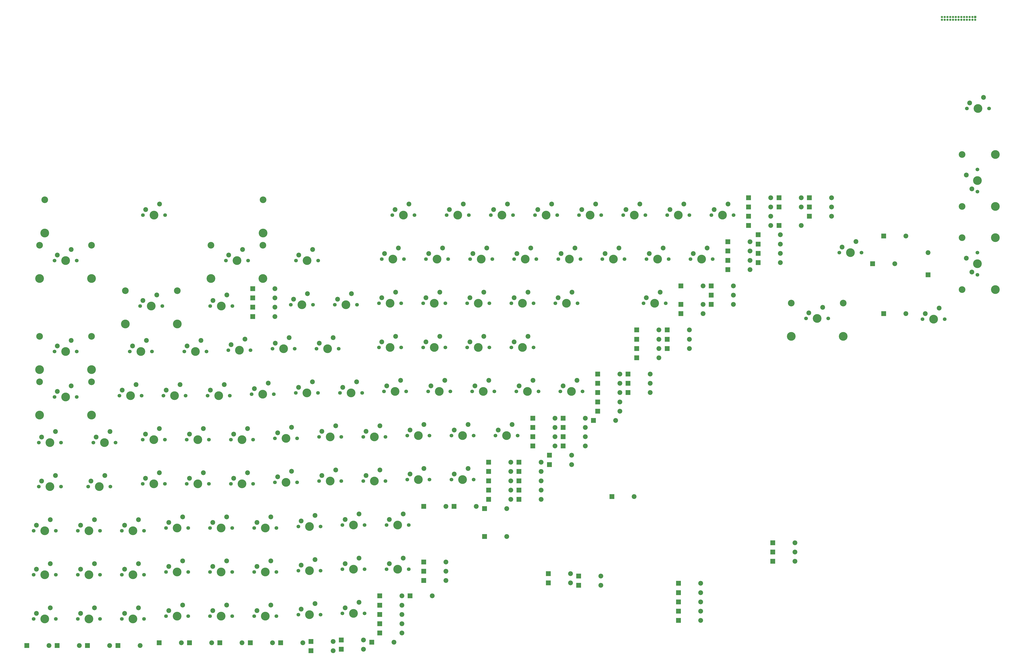
<source format=gbr>
%TF.GenerationSoftware,KiCad,Pcbnew,(6.0.7)*%
%TF.CreationDate,2022-08-27T20:37:35-04:00*%
%TF.ProjectId,das keyboard,64617320-6b65-4796-926f-6172642e6b69,rev?*%
%TF.SameCoordinates,Original*%
%TF.FileFunction,Soldermask,Top*%
%TF.FilePolarity,Negative*%
%FSLAX46Y46*%
G04 Gerber Fmt 4.6, Leading zero omitted, Abs format (unit mm)*
G04 Created by KiCad (PCBNEW (6.0.7)) date 2022-08-27 20:37:35*
%MOMM*%
%LPD*%
G01*
G04 APERTURE LIST*
%ADD10C,4.000000*%
%ADD11C,1.700000*%
%ADD12C,2.200000*%
%ADD13C,3.050000*%
%ADD14R,1.000000X1.000000*%
%ADD15O,1.000000X1.000000*%
%ADD16R,2.200000X2.200000*%
%ADD17O,2.200000X2.200000*%
G04 APERTURE END LIST*
D10*
%TO.C,Z_1*%
X120910000Y-152340000D03*
D11*
X115830000Y-152340000D03*
X125990000Y-152340000D03*
D12*
X123450000Y-147260000D03*
X117100000Y-149800000D03*
%TD*%
D10*
%TO.C,Zero_1*%
X230440000Y-71540000D03*
D11*
X225360000Y-71540000D03*
X235520000Y-71540000D03*
D12*
X232980000Y-66460000D03*
X226630000Y-69000000D03*
%TD*%
D10*
%TO.C,Y_1*%
X40110000Y-154260000D03*
D11*
X35030000Y-154260000D03*
X45190000Y-154260000D03*
D12*
X42650000Y-149180000D03*
X36300000Y-151720000D03*
%TD*%
D10*
%TO.C,X_1*%
X41260000Y-235060000D03*
D11*
X36180000Y-235060000D03*
X46340000Y-235060000D03*
D12*
X43800000Y-229980000D03*
X37450000Y-232520000D03*
%TD*%
D10*
%TO.C,W_1*%
X-14580000Y-195940000D03*
D11*
X-19660000Y-195940000D03*
X-9500000Y-195940000D03*
D12*
X-12040000Y-190860000D03*
X-18390000Y-193400000D03*
%TD*%
D10*
%TO.C,V_1*%
X122060000Y-213580000D03*
D11*
X116980000Y-213580000D03*
X127140000Y-213580000D03*
D12*
X124600000Y-208500000D03*
X118250000Y-211040000D03*
%TD*%
D10*
%TO.C,U_1*%
X200720000Y-91740000D03*
D11*
X195640000Y-91740000D03*
X205800000Y-91740000D03*
D12*
X203260000Y-86660000D03*
X196910000Y-89200000D03*
%TD*%
D10*
%TO.C,Up_Arrow1*%
X131580000Y-192740000D03*
D11*
X126500000Y-192740000D03*
X136660000Y-192740000D03*
D12*
X134120000Y-187660000D03*
X127770000Y-190200000D03*
%TD*%
D10*
%TO.C,T_1*%
X-39540000Y-216140000D03*
D11*
X-44620000Y-216140000D03*
X-34460000Y-216140000D03*
D12*
X-37000000Y-211060000D03*
X-43350000Y-213600000D03*
%TD*%
D10*
%TO.C,TILDE_1*%
X60310000Y-153620000D03*
D11*
X55230000Y-153620000D03*
X65390000Y-153620000D03*
D12*
X62850000Y-148540000D03*
X56500000Y-151080000D03*
%TD*%
D11*
%TO.C,TAB_1*%
X75511250Y-92380000D03*
D10*
X80591250Y-92380000D03*
D11*
X85671250Y-92380000D03*
D12*
X83131250Y-87300000D03*
X76781250Y-89840000D03*
%TD*%
D10*
%TO.C,S_1*%
X-19340000Y-236340000D03*
D11*
X-24420000Y-236340000D03*
X-14260000Y-236340000D03*
D12*
X-16800000Y-231260000D03*
X-23150000Y-233800000D03*
%TD*%
D10*
%TO.C,Space_1*%
X60466250Y-79780000D03*
D13*
X-39533750Y-64540000D03*
D11*
X5386250Y-71540000D03*
D10*
X-39533750Y-79780000D03*
D13*
X60466250Y-64540000D03*
D10*
X10466250Y-71540000D03*
D11*
X15546250Y-71540000D03*
D12*
X13006250Y-66460000D03*
X6656250Y-69000000D03*
%TD*%
D10*
%TO.C,Semicolon_1*%
X140120000Y-91740000D03*
D11*
X135040000Y-91740000D03*
X145200000Y-91740000D03*
D12*
X142660000Y-86660000D03*
X136310000Y-89200000D03*
%TD*%
D10*
%TO.C,Scroll_Lock1*%
X179210000Y-132140000D03*
D11*
X174130000Y-132140000D03*
X184290000Y-132140000D03*
D12*
X181750000Y-127060000D03*
X175400000Y-129600000D03*
%TD*%
D10*
%TO.C,R_1*%
X41260000Y-255260000D03*
D11*
X36180000Y-255260000D03*
X46340000Y-255260000D03*
D12*
X43800000Y-250180000D03*
X37450000Y-252720000D03*
%TD*%
D10*
%TO.C,Right_Windows1*%
X78210000Y-112580000D03*
D11*
X73130000Y-112580000D03*
X83290000Y-112580000D03*
D12*
X80750000Y-107500000D03*
X74400000Y-110040000D03*
%TD*%
D10*
%TO.C,Right_Shift1*%
X-2665000Y-121460000D03*
X9235000Y-113220000D03*
D13*
X21135000Y-106220000D03*
X-2665000Y-106220000D03*
D11*
X4155000Y-113220000D03*
X14315000Y-113220000D03*
D10*
X21135000Y-121460000D03*
D12*
X11775000Y-108140000D03*
X5425000Y-110680000D03*
%TD*%
D10*
%TO.C,Right_Control1*%
X70980000Y-194020000D03*
D11*
X65900000Y-194020000D03*
X76060000Y-194020000D03*
D12*
X73520000Y-188940000D03*
X67170000Y-191480000D03*
%TD*%
D10*
%TO.C,Right_Arrow1*%
X70980000Y-173820000D03*
D11*
X65900000Y-173820000D03*
X76060000Y-173820000D03*
D12*
X73520000Y-168740000D03*
X67170000Y-171280000D03*
%TD*%
D11*
%TO.C,Right_Alt_1*%
X-42238750Y-195940000D03*
D10*
X-37158750Y-195940000D03*
D11*
X-32078750Y-195940000D03*
D12*
X-34618750Y-190860000D03*
X-40968750Y-193400000D03*
%TD*%
D10*
%TO.C,Q_1*%
X61460000Y-214860000D03*
D11*
X56380000Y-214860000D03*
X66540000Y-214860000D03*
D12*
X64000000Y-209780000D03*
X57650000Y-212320000D03*
%TD*%
D10*
%TO.C,Question_Mark_1*%
X860000Y-256540000D03*
D11*
X-4220000Y-256540000D03*
X5940000Y-256540000D03*
D12*
X3400000Y-251460000D03*
X-2950000Y-254000000D03*
%TD*%
D10*
%TO.C,P_1*%
X29430000Y-134060000D03*
D11*
X24350000Y-134060000D03*
X34510000Y-134060000D03*
D12*
X31970000Y-128980000D03*
X25620000Y-131520000D03*
%TD*%
D10*
%TO.C,Print_Screen1*%
X19910000Y-154260000D03*
D11*
X14830000Y-154260000D03*
X24990000Y-154260000D03*
D12*
X22450000Y-149180000D03*
X16100000Y-151720000D03*
%TD*%
D10*
%TO.C,Pause1*%
X220920000Y-91740000D03*
D11*
X215840000Y-91740000D03*
X226000000Y-91740000D03*
D12*
X223460000Y-86660000D03*
X217110000Y-89200000D03*
%TD*%
D10*
%TO.C,PAGE_UP1*%
X179210000Y-111940000D03*
D11*
X174130000Y-111940000D03*
X184290000Y-111940000D03*
D12*
X181750000Y-106860000D03*
X175400000Y-109400000D03*
%TD*%
D10*
%TO.C,PAGE_DOWN1*%
X151780000Y-192740000D03*
D11*
X146700000Y-192740000D03*
X156860000Y-192740000D03*
D12*
X154320000Y-187660000D03*
X147970000Y-190200000D03*
%TD*%
D10*
%TO.C,O_1*%
X181510000Y-152340000D03*
D11*
X176430000Y-152340000D03*
X186590000Y-152340000D03*
D12*
X184050000Y-147260000D03*
X177700000Y-149800000D03*
%TD*%
D10*
%TO.C,Open_Bracket_1*%
X118610000Y-132140000D03*
D11*
X113530000Y-132140000D03*
X123690000Y-132140000D03*
D12*
X121150000Y-127060000D03*
X114800000Y-129600000D03*
%TD*%
D10*
%TO.C,N_1*%
X159010000Y-132140000D03*
D11*
X153930000Y-132140000D03*
X164090000Y-132140000D03*
D12*
X161550000Y-127060000D03*
X155200000Y-129600000D03*
%TD*%
D10*
%TO.C,M_1*%
X21060000Y-255260000D03*
D11*
X15980000Y-255260000D03*
X26140000Y-255260000D03*
D12*
X23600000Y-250180000D03*
X17250000Y-252720000D03*
%TD*%
D10*
%TO.C,Minus1*%
X169840000Y-71540000D03*
D11*
X164760000Y-71540000D03*
X174920000Y-71540000D03*
D12*
X172380000Y-66460000D03*
X166030000Y-69000000D03*
%TD*%
D10*
%TO.C,Less_Than_1*%
X138810000Y-132140000D03*
D11*
X133730000Y-132140000D03*
X143890000Y-132140000D03*
D12*
X141350000Y-127060000D03*
X135000000Y-129600000D03*
%TD*%
D11*
%TO.C,Left_Win_1*%
X-17278750Y-175740000D03*
D10*
X-12198750Y-175740000D03*
D11*
X-7118750Y-175740000D03*
D12*
X-9658750Y-170660000D03*
X-16008750Y-173200000D03*
%TD*%
D10*
%TO.C,Left_Shift_2*%
X-41915000Y-163140000D03*
X-30015000Y-154900000D03*
D13*
X-18115000Y-147900000D03*
X-41915000Y-147900000D03*
D11*
X-35095000Y-154900000D03*
X-24935000Y-154900000D03*
D10*
X-18115000Y-163140000D03*
D12*
X-27475000Y-149820000D03*
X-33825000Y-152360000D03*
%TD*%
D10*
%TO.C,Left_Shift_1*%
X36585000Y-100620000D03*
X48485000Y-92380000D03*
D13*
X60385000Y-85380000D03*
X36585000Y-85380000D03*
D11*
X43405000Y-92380000D03*
X53565000Y-92380000D03*
D10*
X60385000Y-100620000D03*
D12*
X51025000Y-87300000D03*
X44675000Y-89840000D03*
%TD*%
D11*
%TO.C,Left_Control_1*%
X36261250Y-113220000D03*
D10*
X41341250Y-113220000D03*
D11*
X46421250Y-113220000D03*
D12*
X43881250Y-108140000D03*
X37531250Y-110680000D03*
%TD*%
D10*
%TO.C,Left_Arrow1*%
X-19340000Y-256540000D03*
D11*
X-24420000Y-256540000D03*
X-14260000Y-256540000D03*
D12*
X-16800000Y-251460000D03*
X-23150000Y-254000000D03*
%TD*%
D11*
%TO.C,Left_Alt_1*%
X-42238750Y-175740000D03*
D10*
X-37158750Y-175740000D03*
D11*
X-32078750Y-175740000D03*
D12*
X-34618750Y-170660000D03*
X-40968750Y-173200000D03*
%TD*%
D10*
%TO.C,K_F12_1*%
X101860000Y-213580000D03*
D11*
X96780000Y-213580000D03*
X106940000Y-213580000D03*
D12*
X104400000Y-208500000D03*
X98050000Y-211040000D03*
%TD*%
D10*
%TO.C,K_F11_1*%
X30580000Y-174460000D03*
D11*
X25500000Y-174460000D03*
X35660000Y-174460000D03*
D12*
X33120000Y-169380000D03*
X26770000Y-171920000D03*
%TD*%
D10*
%TO.C,K_F10_1*%
X21060000Y-235060000D03*
D11*
X15980000Y-235060000D03*
X26140000Y-235060000D03*
D12*
X23600000Y-229980000D03*
X17250000Y-232520000D03*
%TD*%
D10*
%TO.C,K_1*%
X81660000Y-254620000D03*
D11*
X76580000Y-254620000D03*
X86740000Y-254620000D03*
D12*
X84200000Y-249540000D03*
X77850000Y-252080000D03*
%TD*%
D10*
%TO.C,KP_STAR1*%
X61460000Y-255260000D03*
D11*
X56380000Y-255260000D03*
X66540000Y-255260000D03*
D12*
X64000000Y-250180000D03*
X57650000Y-252720000D03*
%TD*%
D10*
%TO.C,KP_SLASH1*%
X98410000Y-112580000D03*
D11*
X93330000Y-112580000D03*
X103490000Y-112580000D03*
D12*
X100950000Y-107500000D03*
X94600000Y-110040000D03*
%TD*%
D10*
%TO.C,KP_PLUS1*%
X395800000Y-67600000D03*
X387560000Y-55700000D03*
D13*
X380560000Y-43800000D03*
X380560000Y-67600000D03*
D11*
X387560000Y-60780000D03*
X387560000Y-50620000D03*
D10*
X395800000Y-43800000D03*
D12*
X382480000Y-53160000D03*
X385020000Y-59510000D03*
%TD*%
D10*
%TO.C,KP_NUM1*%
X81660000Y-214220000D03*
D11*
X76580000Y-214220000D03*
X86740000Y-214220000D03*
D12*
X84200000Y-209140000D03*
X77850000Y-211680000D03*
%TD*%
D10*
%TO.C,KP_MINUS1*%
X387880000Y-22680000D03*
D11*
X382800000Y-22680000D03*
X392960000Y-22680000D03*
D12*
X390420000Y-17600000D03*
X384070000Y-20140000D03*
%TD*%
D10*
%TO.C,KP_ENTER1*%
X395800000Y-105700000D03*
X387560000Y-93800000D03*
D13*
X380560000Y-81900000D03*
X380560000Y-105700000D03*
D11*
X387560000Y-98880000D03*
X387560000Y-88720000D03*
D10*
X395800000Y-81900000D03*
D12*
X382480000Y-91260000D03*
X385020000Y-97610000D03*
%TD*%
D10*
%TO.C,KP_DOT_1*%
X367560000Y-119200000D03*
D11*
X362480000Y-119200000D03*
X372640000Y-119200000D03*
D12*
X370100000Y-114120000D03*
X363750000Y-116660000D03*
%TD*%
D10*
%TO.C,KP_9_1*%
X151780000Y-172540000D03*
D11*
X146700000Y-172540000D03*
X156860000Y-172540000D03*
D12*
X154320000Y-167460000D03*
X147970000Y-170000000D03*
%TD*%
D10*
%TO.C,KP_8_1*%
X-39540000Y-256540000D03*
D11*
X-44620000Y-256540000D03*
X-34460000Y-256540000D03*
D12*
X-37000000Y-251460000D03*
X-43350000Y-254000000D03*
%TD*%
D10*
%TO.C,KP_7_1*%
X171980000Y-172540000D03*
D11*
X166900000Y-172540000D03*
X177060000Y-172540000D03*
D12*
X174520000Y-167460000D03*
X168170000Y-170000000D03*
%TD*%
D10*
%TO.C,KP_6_1*%
X239810000Y-111940000D03*
D11*
X234730000Y-111940000D03*
X244890000Y-111940000D03*
D12*
X242350000Y-106860000D03*
X236000000Y-109400000D03*
%TD*%
D10*
%TO.C,KP_5_1*%
X149640000Y-71540000D03*
D11*
X144560000Y-71540000D03*
X154720000Y-71540000D03*
D12*
X152180000Y-66460000D03*
X145830000Y-69000000D03*
%TD*%
D10*
%TO.C,KP_4_1*%
X180520000Y-91740000D03*
D11*
X175440000Y-91740000D03*
X185600000Y-91740000D03*
D12*
X183060000Y-86660000D03*
X176710000Y-89200000D03*
%TD*%
D10*
%TO.C,KP_3_1*%
X860000Y-216140000D03*
D11*
X-4220000Y-216140000D03*
X5940000Y-216140000D03*
D12*
X3400000Y-211060000D03*
X-2950000Y-213600000D03*
%TD*%
D10*
%TO.C,KP_2_1*%
X329460000Y-88720000D03*
D11*
X324380000Y-88720000D03*
X334540000Y-88720000D03*
D12*
X332000000Y-83640000D03*
X325650000Y-86180000D03*
%TD*%
D10*
%TO.C,KP_1_1*%
X-39540000Y-236340000D03*
D11*
X-44620000Y-236340000D03*
X-34460000Y-236340000D03*
D12*
X-37000000Y-231260000D03*
X-43350000Y-233800000D03*
%TD*%
D10*
%TO.C,KP_0_1*%
X302320000Y-127120000D03*
X314220000Y-118880000D03*
D13*
X326120000Y-111880000D03*
X302320000Y-111880000D03*
D11*
X309140000Y-118880000D03*
X319300000Y-118880000D03*
D10*
X326120000Y-127120000D03*
D12*
X316760000Y-113800000D03*
X310410000Y-116340000D03*
%TD*%
D10*
%TO.C,J_1*%
X141110000Y-152340000D03*
D11*
X136030000Y-152340000D03*
X146190000Y-152340000D03*
D12*
X143650000Y-147260000D03*
X137300000Y-149800000D03*
%TD*%
D10*
%TO.C,INSERT1*%
X91180000Y-193380000D03*
D11*
X86100000Y-193380000D03*
X96260000Y-193380000D03*
D12*
X93720000Y-188300000D03*
X87370000Y-190840000D03*
%TD*%
D10*
%TO.C,H_1*%
X91180000Y-173180000D03*
D11*
X86100000Y-173180000D03*
X96260000Y-173180000D03*
D12*
X93720000Y-168100000D03*
X87370000Y-170640000D03*
%TD*%
D10*
%TO.C,HOME1*%
X860000Y-236340000D03*
D11*
X-4220000Y-236340000D03*
X5940000Y-236340000D03*
D12*
X3400000Y-231260000D03*
X-2950000Y-233800000D03*
%TD*%
D14*
%TO.C,header1*%
X386610000Y19230000D03*
D15*
X386610000Y17960000D03*
X385340000Y19230000D03*
X385340000Y17960000D03*
X384070000Y19230000D03*
X384070000Y17960000D03*
X382800000Y19230000D03*
X382800000Y17960000D03*
X381530000Y19230000D03*
X381530000Y17960000D03*
X380260000Y19230000D03*
X380260000Y17960000D03*
X378990000Y19230000D03*
X378990000Y17960000D03*
X377720000Y19230000D03*
X377720000Y17960000D03*
X376450000Y19230000D03*
X376450000Y17960000D03*
X375180000Y19230000D03*
X375180000Y17960000D03*
X373910000Y19230000D03*
X373910000Y17960000D03*
X372640000Y19230000D03*
X372640000Y17960000D03*
X371370000Y19230000D03*
X371370000Y17960000D03*
%TD*%
D10*
%TO.C,G_1*%
X111380000Y-173180000D03*
D11*
X106300000Y-173180000D03*
X116460000Y-173180000D03*
D12*
X113920000Y-168100000D03*
X107570000Y-170640000D03*
%TD*%
D10*
%TO.C,Greater_Than_1*%
X90030000Y-132780000D03*
D11*
X84950000Y-132780000D03*
X95110000Y-132780000D03*
D12*
X92570000Y-127700000D03*
X86220000Y-130240000D03*
%TD*%
D10*
%TO.C,F_1*%
X190040000Y-71540000D03*
D11*
X184960000Y-71540000D03*
X195120000Y-71540000D03*
D12*
X192580000Y-66460000D03*
X186230000Y-69000000D03*
%TD*%
D10*
%TO.C,F9_1*%
X210240000Y-71540000D03*
D11*
X205160000Y-71540000D03*
X215320000Y-71540000D03*
D12*
X212780000Y-66460000D03*
X206430000Y-69000000D03*
%TD*%
D10*
%TO.C,F8_1*%
X41260000Y-214860000D03*
D11*
X36180000Y-214860000D03*
X46340000Y-214860000D03*
D12*
X43800000Y-209780000D03*
X37450000Y-212320000D03*
%TD*%
D10*
%TO.C,F7_1*%
X118610000Y-111940000D03*
D11*
X113530000Y-111940000D03*
X123690000Y-111940000D03*
D12*
X121150000Y-106860000D03*
X114800000Y-109400000D03*
%TD*%
D10*
%TO.C,F6_1*%
X122060000Y-233780000D03*
D11*
X116980000Y-233780000D03*
X127140000Y-233780000D03*
D12*
X124600000Y-228700000D03*
X118250000Y-231240000D03*
%TD*%
D10*
%TO.C,F5_1*%
X100710000Y-152980000D03*
D11*
X95630000Y-152980000D03*
X105790000Y-152980000D03*
D12*
X103250000Y-147900000D03*
X96900000Y-150440000D03*
%TD*%
D10*
%TO.C,F4_1*%
X50780000Y-194660000D03*
D11*
X45700000Y-194660000D03*
X55860000Y-194660000D03*
D12*
X53320000Y-189580000D03*
X46970000Y-192120000D03*
%TD*%
D10*
%TO.C,F3_1*%
X21060000Y-214860000D03*
D11*
X15980000Y-214860000D03*
X26140000Y-214860000D03*
D12*
X23600000Y-209780000D03*
X17250000Y-212320000D03*
%TD*%
D10*
%TO.C,F2_1*%
X101860000Y-253980000D03*
D11*
X96780000Y-253980000D03*
X106940000Y-253980000D03*
D12*
X104400000Y-248900000D03*
X98050000Y-251440000D03*
%TD*%
D10*
%TO.C,F1_1*%
X201710000Y-152340000D03*
D11*
X196630000Y-152340000D03*
X206790000Y-152340000D03*
D12*
X204250000Y-147260000D03*
X197900000Y-149800000D03*
%TD*%
D10*
%TO.C,E_1*%
X270840000Y-71540000D03*
D11*
X265760000Y-71540000D03*
X275920000Y-71540000D03*
D12*
X273380000Y-66460000D03*
X267030000Y-69000000D03*
%TD*%
D10*
%TO.C,EYE_1*%
X250640000Y-71540000D03*
D11*
X245560000Y-71540000D03*
X255720000Y-71540000D03*
D12*
X253180000Y-66460000D03*
X246830000Y-69000000D03*
%TD*%
D10*
%TO.C,ESC_1*%
X199410000Y-111940000D03*
D11*
X194330000Y-111940000D03*
X204490000Y-111940000D03*
D12*
X201950000Y-106860000D03*
X195600000Y-109400000D03*
%TD*%
D10*
%TO.C,Enter1*%
X-41915000Y-100620000D03*
X-30015000Y-92380000D03*
D13*
X-18115000Y-85380000D03*
X-41915000Y-85380000D03*
D11*
X-35095000Y-92380000D03*
X-24935000Y-92380000D03*
D10*
X-18115000Y-100620000D03*
D12*
X-27475000Y-87300000D03*
X-33825000Y-89840000D03*
%TD*%
D10*
%TO.C,END1*%
X10380000Y-174460000D03*
D11*
X5300000Y-174460000D03*
X15460000Y-174460000D03*
D12*
X12920000Y-169380000D03*
X6570000Y-171920000D03*
%TD*%
D10*
%TO.C,ELL_1*%
X161310000Y-152340000D03*
D11*
X156230000Y-152340000D03*
X166390000Y-152340000D03*
D12*
X163850000Y-147260000D03*
X157500000Y-149800000D03*
%TD*%
D10*
%TO.C,D_1*%
X101860000Y-233780000D03*
D11*
X96780000Y-233780000D03*
X106940000Y-233780000D03*
D12*
X104400000Y-228700000D03*
X98050000Y-231240000D03*
%TD*%
D10*
%TO.C,Down_Arrow1*%
X241120000Y-91740000D03*
D11*
X236040000Y-91740000D03*
X246200000Y-91740000D03*
D12*
X243660000Y-86660000D03*
X237310000Y-89200000D03*
%TD*%
D10*
%TO.C,DELETE1*%
X69830000Y-132780000D03*
D11*
X64750000Y-132780000D03*
X74910000Y-132780000D03*
D12*
X72370000Y-127700000D03*
X66020000Y-130240000D03*
%TD*%
D16*
%TO.C,D108*%
X265695000Y-112465000D03*
D17*
X275855000Y-112465000D03*
%TD*%
D16*
%TO.C,D107*%
X191090000Y-235820000D03*
D17*
X201250000Y-235820000D03*
%TD*%
D16*
%TO.C,D106*%
X250720000Y-257240000D03*
D17*
X260880000Y-257240000D03*
%TD*%
D16*
%TO.C,D105*%
X265695000Y-103965000D03*
D17*
X275855000Y-103965000D03*
%TD*%
D16*
%TO.C,D104*%
X250720000Y-248740000D03*
D17*
X260880000Y-248740000D03*
%TD*%
D16*
%TO.C,D103*%
X293900000Y-221630000D03*
D17*
X304060000Y-221630000D03*
%TD*%
D16*
%TO.C,D102*%
X40655000Y-267485000D03*
D17*
X50815000Y-267485000D03*
%TD*%
D16*
%TO.C,D101*%
X310635000Y-63565000D03*
D17*
X320795000Y-63565000D03*
%TD*%
D16*
%TO.C,D100*%
X273295000Y-96515000D03*
D17*
X283455000Y-96515000D03*
%TD*%
D16*
%TO.C,D99*%
X220240000Y-200480000D03*
D17*
X230400000Y-200480000D03*
%TD*%
D16*
%TO.C,D98*%
X197865000Y-164565000D03*
D17*
X208025000Y-164565000D03*
%TD*%
D16*
%TO.C,D97*%
X213685000Y-144365000D03*
D17*
X223845000Y-144365000D03*
%TD*%
D16*
%TO.C,D96*%
X310635000Y-72065000D03*
D17*
X320795000Y-72065000D03*
%TD*%
D16*
%TO.C,D95*%
X231585000Y-132665000D03*
D17*
X241745000Y-132665000D03*
%TD*%
D16*
%TO.C,D94*%
X55695000Y-109495000D03*
D17*
X65855000Y-109495000D03*
%TD*%
%TO.C,D93*%
X354860000Y-81100000D03*
D16*
X344700000Y-81100000D03*
%TD*%
%TO.C,D92*%
X-6035000Y-268765000D03*
D17*
X4125000Y-268765000D03*
%TD*%
D16*
%TO.C,D91*%
X197865000Y-168815000D03*
D17*
X208025000Y-168815000D03*
%TD*%
D16*
%TO.C,D90*%
X163755000Y-184765000D03*
D17*
X173915000Y-184765000D03*
%TD*%
D16*
%TO.C,D89*%
X183955000Y-173065000D03*
D17*
X194115000Y-173065000D03*
%TD*%
D16*
%TO.C,D88*%
X177665000Y-201765000D03*
D17*
X187825000Y-201765000D03*
%TD*%
D16*
%TO.C,D87*%
X-33855000Y-268765000D03*
D17*
X-23695000Y-268765000D03*
%TD*%
D16*
%TO.C,D86*%
X161855000Y-218765000D03*
D17*
X172015000Y-218765000D03*
%TD*%
D16*
%TO.C,D85*%
X177665000Y-189015000D03*
D17*
X187825000Y-189015000D03*
%TD*%
D16*
%TO.C,D84*%
X-47765000Y-268765000D03*
D17*
X-37605000Y-268765000D03*
%TD*%
D16*
%TO.C,D83*%
X227595000Y-144365000D03*
D17*
X237755000Y-144365000D03*
%TD*%
D16*
%TO.C,D82*%
X282815000Y-72065000D03*
D17*
X292975000Y-72065000D03*
%TD*%
D16*
%TO.C,D81*%
X177665000Y-184765000D03*
D17*
X187825000Y-184765000D03*
%TD*%
D16*
%TO.C,D80*%
X282815000Y-67815000D03*
D17*
X292975000Y-67815000D03*
%TD*%
D16*
%TO.C,D79*%
X55695000Y-113745000D03*
D17*
X65855000Y-113745000D03*
%TD*%
D16*
%TO.C,D78*%
X310635000Y-67815000D03*
D17*
X320795000Y-67815000D03*
%TD*%
D16*
%TO.C,D77*%
X213685000Y-152865000D03*
D17*
X223845000Y-152865000D03*
%TD*%
D16*
%TO.C,D76*%
X227595000Y-148615000D03*
D17*
X237755000Y-148615000D03*
%TD*%
D16*
%TO.C,D75*%
X183955000Y-168815000D03*
D17*
X194115000Y-168815000D03*
%TD*%
D16*
%TO.C,D74*%
X82385000Y-266845000D03*
D17*
X92545000Y-266845000D03*
%TD*%
D16*
%TO.C,D73*%
X227595000Y-152865000D03*
D17*
X237755000Y-152865000D03*
%TD*%
D16*
%TO.C,D72*%
X250720000Y-240240000D03*
D17*
X260880000Y-240240000D03*
%TD*%
D16*
%TO.C,D71*%
X110205000Y-267255000D03*
D17*
X120365000Y-267255000D03*
%TD*%
D16*
%TO.C,D70*%
X12835000Y-267485000D03*
D17*
X22995000Y-267485000D03*
%TD*%
D16*
%TO.C,D69*%
X231585000Y-128415000D03*
D17*
X241745000Y-128415000D03*
%TD*%
D16*
%TO.C,D68*%
X251785000Y-116715000D03*
D17*
X261945000Y-116715000D03*
%TD*%
D16*
%TO.C,D67*%
X245495000Y-132665000D03*
D17*
X255655000Y-132665000D03*
%TD*%
D16*
%TO.C,D66*%
X251785000Y-103965000D03*
D17*
X261945000Y-103965000D03*
%TD*%
D16*
%TO.C,D65*%
X113835000Y-258755000D03*
D17*
X123995000Y-258755000D03*
%TD*%
D16*
%TO.C,D64*%
X205000000Y-241120000D03*
D17*
X215160000Y-241120000D03*
%TD*%
D16*
%TO.C,D63*%
X191575000Y-185815000D03*
D17*
X201735000Y-185815000D03*
%TD*%
D16*
%TO.C,D62*%
X296725000Y-63565000D03*
D17*
X306885000Y-63565000D03*
%TD*%
D16*
%TO.C,D61*%
X231585000Y-124165000D03*
D17*
X241745000Y-124165000D03*
%TD*%
D16*
%TO.C,D60*%
X113835000Y-263005000D03*
D17*
X123995000Y-263005000D03*
%TD*%
D16*
%TO.C,D59*%
X163755000Y-197515000D03*
D17*
X173915000Y-197515000D03*
%TD*%
D16*
%TO.C,D58*%
X183955000Y-164565000D03*
D17*
X194115000Y-164565000D03*
%TD*%
D16*
%TO.C,D57*%
X339620000Y-93800000D03*
D17*
X349780000Y-93800000D03*
%TD*%
D16*
%TO.C,D56*%
X147945000Y-204965000D03*
D17*
X158105000Y-204965000D03*
%TD*%
D16*
%TO.C,D55*%
X273295000Y-83765000D03*
D17*
X283455000Y-83765000D03*
%TD*%
D16*
%TO.C,D54*%
X127745000Y-246005000D03*
D17*
X137905000Y-246005000D03*
%TD*%
D16*
%TO.C,D53*%
X113835000Y-254505000D03*
D17*
X123995000Y-254505000D03*
%TD*%
D16*
%TO.C,D52*%
X287205000Y-93315000D03*
D17*
X297365000Y-93315000D03*
%TD*%
D16*
%TO.C,D51*%
X287205000Y-84815000D03*
D17*
X297365000Y-84815000D03*
%TD*%
D16*
%TO.C,D50*%
X163755000Y-189015000D03*
D17*
X173915000Y-189015000D03*
%TD*%
D16*
%TO.C,D49*%
X113835000Y-250255000D03*
D17*
X123995000Y-250255000D03*
%TD*%
D16*
%TO.C,D48*%
X287205000Y-80565000D03*
D17*
X297365000Y-80565000D03*
%TD*%
D16*
%TO.C,D47*%
X134035000Y-204965000D03*
D17*
X144195000Y-204965000D03*
%TD*%
D16*
%TO.C,D46*%
X134035000Y-230465000D03*
D17*
X144195000Y-230465000D03*
%TD*%
D16*
%TO.C,D45*%
X205000000Y-236870000D03*
D17*
X215160000Y-236870000D03*
%TD*%
D16*
%TO.C,D44*%
X265695000Y-108215000D03*
D17*
X275855000Y-108215000D03*
%TD*%
D16*
%TO.C,D43*%
X293900000Y-230130000D03*
D17*
X304060000Y-230130000D03*
%TD*%
D16*
%TO.C,D42*%
X197865000Y-177315000D03*
D17*
X208025000Y-177315000D03*
%TD*%
D16*
%TO.C,D41*%
X113835000Y-246005000D03*
D17*
X123995000Y-246005000D03*
%TD*%
D16*
%TO.C,D40*%
X245495000Y-128415000D03*
D17*
X255655000Y-128415000D03*
%TD*%
D16*
%TO.C,D39*%
X-19945000Y-268765000D03*
D17*
X-9785000Y-268765000D03*
%TD*%
D16*
%TO.C,D38*%
X54565000Y-267485000D03*
D17*
X64725000Y-267485000D03*
%TD*%
D16*
%TO.C,D37*%
X161855000Y-206015000D03*
D17*
X172015000Y-206015000D03*
%TD*%
D16*
%TO.C,D36*%
X211775000Y-165615000D03*
D17*
X221935000Y-165615000D03*
%TD*%
D16*
%TO.C,D35*%
X282815000Y-63565000D03*
D17*
X292975000Y-63565000D03*
%TD*%
D16*
%TO.C,D34*%
X183955000Y-177315000D03*
D17*
X194115000Y-177315000D03*
%TD*%
D16*
%TO.C,D33*%
X296725000Y-67815000D03*
D17*
X306885000Y-67815000D03*
%TD*%
D16*
%TO.C,D32*%
X287205000Y-89065000D03*
D17*
X297365000Y-89065000D03*
%TD*%
D16*
%TO.C,D31*%
X191090000Y-240070000D03*
D17*
X201250000Y-240070000D03*
%TD*%
D16*
%TO.C,D30*%
X134035000Y-238965000D03*
D17*
X144195000Y-238965000D03*
%TD*%
D16*
%TO.C,D29*%
X163755000Y-201765000D03*
D17*
X173915000Y-201765000D03*
%TD*%
D16*
%TO.C,D28*%
X96295000Y-266205000D03*
D17*
X106455000Y-266205000D03*
%TD*%
D16*
%TO.C,D27*%
X191575000Y-181565000D03*
D17*
X201735000Y-181565000D03*
%TD*%
D16*
%TO.C,D26*%
X163755000Y-193265000D03*
D17*
X173915000Y-193265000D03*
%TD*%
D16*
%TO.C,D25*%
X177665000Y-193265000D03*
D17*
X187825000Y-193265000D03*
%TD*%
D16*
%TO.C,D24*%
X197865000Y-173065000D03*
D17*
X208025000Y-173065000D03*
%TD*%
D16*
%TO.C,D23*%
X296725000Y-76315000D03*
D17*
X306885000Y-76315000D03*
%TD*%
D16*
%TO.C,D22*%
X251785000Y-112465000D03*
D17*
X261945000Y-112465000D03*
%TD*%
D16*
%TO.C,D21*%
X82385000Y-271095000D03*
D17*
X92545000Y-271095000D03*
%TD*%
D16*
%TO.C,D20*%
X213685000Y-161365000D03*
D17*
X223845000Y-161365000D03*
%TD*%
D16*
%TO.C,D19*%
X26745000Y-267485000D03*
D17*
X36905000Y-267485000D03*
%TD*%
D16*
%TO.C,D18*%
X250720000Y-244490000D03*
D17*
X260880000Y-244490000D03*
%TD*%
%TO.C,D17*%
X354860000Y-116660000D03*
D16*
X344700000Y-116660000D03*
%TD*%
%TO.C,D16*%
X250720000Y-252990000D03*
D17*
X260880000Y-252990000D03*
%TD*%
D16*
%TO.C,D15*%
X177665000Y-197515000D03*
D17*
X187825000Y-197515000D03*
%TD*%
D16*
%TO.C,D14*%
X68475000Y-267485000D03*
D17*
X78635000Y-267485000D03*
%TD*%
D16*
%TO.C,D13*%
X96295000Y-270455000D03*
D17*
X106455000Y-270455000D03*
%TD*%
D16*
%TO.C,D12*%
X273295000Y-92265000D03*
D17*
X283455000Y-92265000D03*
%TD*%
D16*
%TO.C,D11*%
X282815000Y-76315000D03*
D17*
X292975000Y-76315000D03*
%TD*%
D16*
%TO.C,D10*%
X55695000Y-117995000D03*
D17*
X65855000Y-117995000D03*
%TD*%
D16*
%TO.C,D9*%
X231585000Y-136915000D03*
D17*
X241745000Y-136915000D03*
%TD*%
D16*
%TO.C,D8*%
X55695000Y-105245000D03*
D17*
X65855000Y-105245000D03*
%TD*%
D16*
%TO.C,D7*%
X273295000Y-88015000D03*
D17*
X283455000Y-88015000D03*
%TD*%
D16*
%TO.C,D6*%
X245495000Y-124165000D03*
D17*
X255655000Y-124165000D03*
%TD*%
D16*
%TO.C,D5*%
X213685000Y-148615000D03*
D17*
X223845000Y-148615000D03*
%TD*%
D16*
%TO.C,D4*%
X293900000Y-225880000D03*
D17*
X304060000Y-225880000D03*
%TD*%
D16*
%TO.C,D3*%
X365020000Y-98880000D03*
D17*
X365020000Y-88720000D03*
%TD*%
D16*
%TO.C,D2*%
X213685000Y-157115000D03*
D17*
X223845000Y-157115000D03*
%TD*%
D16*
%TO.C,D1*%
X134035000Y-234715000D03*
D17*
X144195000Y-234715000D03*
%TD*%
D10*
%TO.C,C_1*%
X111380000Y-193380000D03*
D11*
X106300000Y-193380000D03*
X116460000Y-193380000D03*
D12*
X113920000Y-188300000D03*
X107570000Y-190840000D03*
%TD*%
D10*
%TO.C,Close_Bracket1*%
X131580000Y-172540000D03*
D11*
X126500000Y-172540000D03*
X136660000Y-172540000D03*
D12*
X134120000Y-167460000D03*
X127770000Y-170000000D03*
%TD*%
D10*
%TO.C,CAPS_1*%
X124682500Y-71540000D03*
D11*
X129762500Y-71540000D03*
X119602500Y-71540000D03*
D12*
X127222500Y-66460000D03*
X120872500Y-69000000D03*
%TD*%
D10*
%TO.C,B_1*%
X261320000Y-91740000D03*
D11*
X256240000Y-91740000D03*
X266400000Y-91740000D03*
D12*
X263860000Y-86660000D03*
X257510000Y-89200000D03*
%TD*%
D10*
%TO.C,Backspace1*%
X-41915000Y-142300000D03*
X-30015000Y-134060000D03*
D13*
X-18115000Y-127060000D03*
X-41915000Y-127060000D03*
D11*
X-35095000Y-134060000D03*
X-24935000Y-134060000D03*
D10*
X-18115000Y-142300000D03*
D12*
X-27475000Y-128980000D03*
X-33825000Y-131520000D03*
%TD*%
D10*
%TO.C,Backslash1*%
X4472500Y-134060000D03*
D11*
X9552500Y-134060000D03*
X-607500Y-134060000D03*
D12*
X7012500Y-128980000D03*
X662500Y-131520000D03*
%TD*%
D10*
%TO.C,A_1*%
X119920000Y-91740000D03*
D11*
X114840000Y-91740000D03*
X125000000Y-91740000D03*
D12*
X122460000Y-86660000D03*
X116110000Y-89200000D03*
%TD*%
D10*
%TO.C,APPS1*%
X160320000Y-91740000D03*
D11*
X155240000Y-91740000D03*
X165400000Y-91740000D03*
D12*
X162860000Y-86660000D03*
X156510000Y-89200000D03*
%TD*%
D10*
%TO.C,Apostrophe_1*%
X80510000Y-152980000D03*
D11*
X75430000Y-152980000D03*
X85590000Y-152980000D03*
D12*
X83050000Y-147900000D03*
X76700000Y-150440000D03*
%TD*%
D10*
%TO.C,9_1*%
X50780000Y-174460000D03*
D11*
X45700000Y-174460000D03*
X55860000Y-174460000D03*
D12*
X53320000Y-169380000D03*
X46970000Y-171920000D03*
%TD*%
D10*
%TO.C,8_1*%
X-290000Y-154260000D03*
D11*
X-5370000Y-154260000D03*
X4790000Y-154260000D03*
D12*
X2250000Y-149180000D03*
X-4100000Y-151720000D03*
%TD*%
D10*
%TO.C,7_1*%
X10380000Y-194660000D03*
D11*
X5300000Y-194660000D03*
X15460000Y-194660000D03*
D12*
X12920000Y-189580000D03*
X6570000Y-192120000D03*
%TD*%
D10*
%TO.C,6_1*%
X159010000Y-111940000D03*
D11*
X153930000Y-111940000D03*
X164090000Y-111940000D03*
D12*
X161550000Y-106860000D03*
X155200000Y-109400000D03*
%TD*%
D10*
%TO.C,5_1*%
X-19340000Y-216140000D03*
D11*
X-24420000Y-216140000D03*
X-14260000Y-216140000D03*
D12*
X-16800000Y-211060000D03*
X-23150000Y-213600000D03*
%TD*%
D10*
%TO.C,4_1*%
X81660000Y-234420000D03*
D11*
X76580000Y-234420000D03*
X86740000Y-234420000D03*
D12*
X84200000Y-229340000D03*
X77850000Y-231880000D03*
%TD*%
D10*
%TO.C,3_1*%
X49630000Y-133420000D03*
D11*
X44550000Y-133420000D03*
X54710000Y-133420000D03*
D12*
X52170000Y-128340000D03*
X45820000Y-130880000D03*
%TD*%
D10*
%TO.C,2_1*%
X138810000Y-111940000D03*
D11*
X133730000Y-111940000D03*
X143890000Y-111940000D03*
D12*
X141350000Y-106860000D03*
X135000000Y-109400000D03*
%TD*%
D10*
%TO.C,1_1*%
X61460000Y-235060000D03*
D11*
X56380000Y-235060000D03*
X66540000Y-235060000D03*
D12*
X64000000Y-229980000D03*
X57650000Y-232520000D03*
%TD*%
D10*
%TO.C,+=1*%
X30580000Y-194660000D03*
D11*
X25500000Y-194660000D03*
X35660000Y-194660000D03*
D12*
X33120000Y-189580000D03*
X26770000Y-192120000D03*
%TD*%
M02*

</source>
